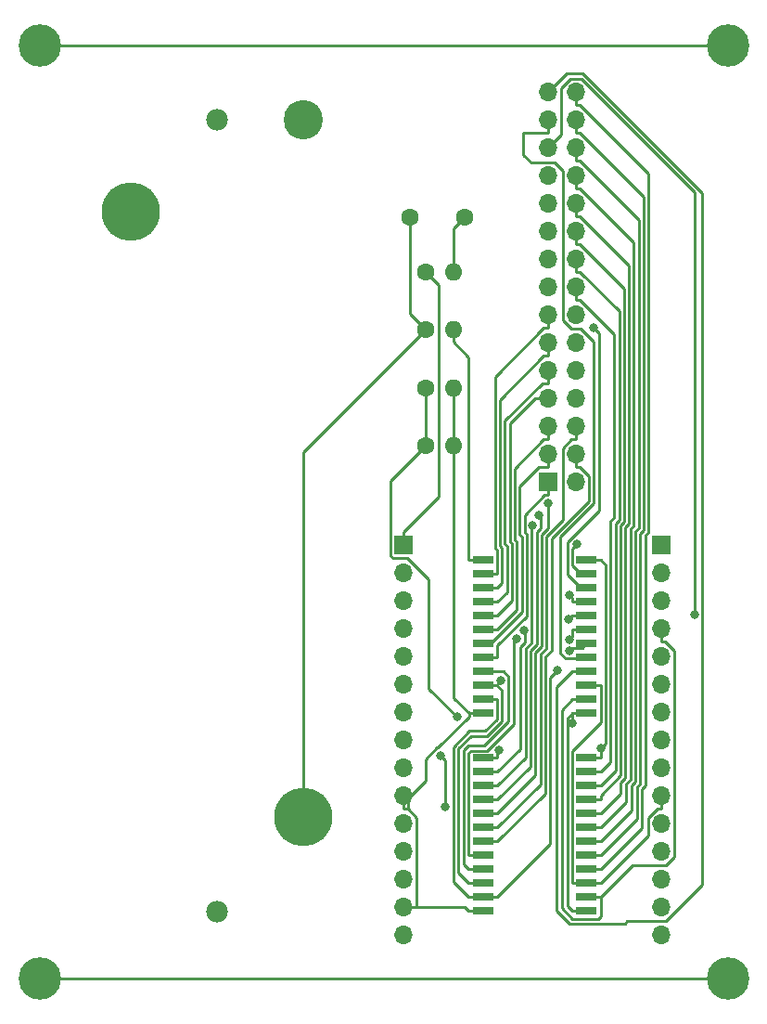
<source format=gbr>
%TF.GenerationSoftware,KiCad,Pcbnew,(6.0.0)*%
%TF.CreationDate,2022-04-22T12:33:35-07:00*%
%TF.ProjectId,Garden-Soil-MoistureSensor,47617264-656e-42d5-936f-696c2d4d6f69,rev?*%
%TF.SameCoordinates,Original*%
%TF.FileFunction,Copper,L1,Top*%
%TF.FilePolarity,Positive*%
%FSLAX46Y46*%
G04 Gerber Fmt 4.6, Leading zero omitted, Abs format (unit mm)*
G04 Created by KiCad (PCBNEW (6.0.0)) date 2022-04-22 12:33:35*
%MOMM*%
%LPD*%
G01*
G04 APERTURE LIST*
%TA.AperFunction,ComponentPad*%
%ADD10C,1.600000*%
%TD*%
%TA.AperFunction,ComponentPad*%
%ADD11O,1.600000X1.600000*%
%TD*%
%TA.AperFunction,ComponentPad*%
%ADD12R,1.700000X1.700000*%
%TD*%
%TA.AperFunction,ComponentPad*%
%ADD13O,1.700000X1.700000*%
%TD*%
%TA.AperFunction,ComponentPad*%
%ADD14C,1.980000*%
%TD*%
%TA.AperFunction,ComponentPad*%
%ADD15C,5.325000*%
%TD*%
%TA.AperFunction,ComponentPad*%
%ADD16C,3.585000*%
%TD*%
%TA.AperFunction,SMDPad,CuDef*%
%ADD17R,1.950000X0.650000*%
%TD*%
%TA.AperFunction,ViaPad*%
%ADD18C,0.800000*%
%TD*%
%TA.AperFunction,ViaPad*%
%ADD19C,3.873600*%
%TD*%
%TA.AperFunction,Conductor*%
%ADD20C,0.250000*%
%TD*%
G04 APERTURE END LIST*
D10*
%TO.P,R4,1*%
%TO.N,D7*%
X152742800Y-86023600D03*
D11*
%TO.P,R4,2*%
%TO.N,GND*%
X155282800Y-86023600D03*
%TD*%
D12*
%TO.P,J2,1,Pin_1*%
%TO.N,DO*%
X174225000Y-95110400D03*
D13*
%TO.P,J2,2,Pin_2*%
%TO.N,D1*%
X174225000Y-97650400D03*
%TO.P,J2,3,Pin_3*%
%TO.N,D2*%
X174225000Y-100190400D03*
%TO.P,J2,4,Pin_4*%
%TO.N,D3*%
X174225000Y-102730400D03*
%TO.P,J2,5,Pin_5*%
%TO.N,D4*%
X174225000Y-105270400D03*
%TO.P,J2,6,Pin_6*%
%TO.N,3V#1*%
X174225000Y-107810400D03*
%TO.P,J2,7,Pin_7*%
%TO.N,GND*%
X174225000Y-110350400D03*
%TO.P,J2,8,Pin_8*%
%TO.N,D5*%
X174225000Y-112890400D03*
%TO.P,J2,9,Pin_9*%
%TO.N,D6*%
X174225000Y-115430400D03*
%TO.P,J2,10,Pin_10*%
%TO.N,D7*%
X174225000Y-117970400D03*
%TO.P,J2,11,Pin_11*%
%TO.N,D8*%
X174225000Y-120510400D03*
%TO.P,J2,12,Pin_12*%
%TO.N,RX*%
X174225000Y-123050400D03*
%TO.P,J2,13,Pin_13*%
%TO.N,TX*%
X174225000Y-125590400D03*
%TO.P,J2,14,Pin_14*%
%TO.N,GND*%
X174225000Y-128130400D03*
%TO.P,J2,15,Pin_15*%
%TO.N,3V#2*%
X174225000Y-130670400D03*
%TD*%
D10*
%TO.P,R2,1*%
%TO.N,VIN*%
X152742800Y-75462000D03*
D11*
%TO.P,R2,2*%
%TO.N,Net-(IC1-Pad1)*%
X155282800Y-75462000D03*
%TD*%
D10*
%TO.P,R1,1*%
%TO.N,A0*%
X152742800Y-70181200D03*
D11*
%TO.P,R1,2*%
%TO.N,GND*%
X155282800Y-70181200D03*
%TD*%
D10*
%TO.P,R3,1*%
%TO.N,D7*%
X152742800Y-80742800D03*
D11*
%TO.P,R3,2*%
%TO.N,GND*%
X155282800Y-80742800D03*
%TD*%
D12*
%TO.P,J3,1,Pin_1*%
%TO.N,1B*%
X163892500Y-89346200D03*
D13*
%TO.P,J3,2,Pin_2*%
%TO.N,1A*%
X166432500Y-89346200D03*
%TO.P,J3,3,Pin_3*%
%TO.N,2B*%
X163892500Y-86806200D03*
%TO.P,J3,4,Pin_4*%
%TO.N,2A*%
X166432500Y-86806200D03*
%TO.P,J3,5,Pin_5*%
%TO.N,3B*%
X163892500Y-84266200D03*
%TO.P,J3,6,Pin_6*%
%TO.N,3A*%
X166432500Y-84266200D03*
%TO.P,J3,7,Pin_7*%
%TO.N,4B*%
X163892500Y-81726200D03*
%TO.P,J3,8,Pin_8*%
%TO.N,4A*%
X166432500Y-81726200D03*
%TO.P,J3,9,Pin_9*%
%TO.N,5B*%
X163892500Y-79186200D03*
%TO.P,J3,10,Pin_10*%
%TO.N,5A*%
X166432500Y-79186200D03*
%TO.P,J3,11,Pin_11*%
%TO.N,6B*%
X163892500Y-76646200D03*
%TO.P,J3,12,Pin_12*%
%TO.N,6A*%
X166432500Y-76646200D03*
%TO.P,J3,13,Pin_13*%
%TO.N,7B*%
X163892500Y-74106200D03*
%TO.P,J3,14,Pin_14*%
%TO.N,7A*%
X166432500Y-74106200D03*
%TO.P,J3,15,Pin_15*%
%TO.N,8B*%
X163892500Y-71566200D03*
%TO.P,J3,16,Pin_16*%
%TO.N,8A*%
X166432500Y-71566200D03*
%TO.P,J3,17,Pin_17*%
%TO.N,9B*%
X163892500Y-69026200D03*
%TO.P,J3,18,Pin_18*%
%TO.N,9A*%
X166432500Y-69026200D03*
%TO.P,J3,19,Pin_19*%
%TO.N,10B*%
X163892500Y-66486200D03*
%TO.P,J3,20,Pin_20*%
%TO.N,10A*%
X166432500Y-66486200D03*
%TO.P,J3,21,Pin_21*%
%TO.N,11B*%
X163892500Y-63946200D03*
%TO.P,J3,22,Pin_22*%
%TO.N,11A*%
X166432500Y-63946200D03*
%TO.P,J3,23,Pin_23*%
%TO.N,12B*%
X163892500Y-61406200D03*
%TO.P,J3,24,Pin_24*%
%TO.N,12A*%
X166432500Y-61406200D03*
%TO.P,J3,25,Pin_25*%
%TO.N,13B*%
X163892500Y-58866200D03*
%TO.P,J3,26,Pin_26*%
%TO.N,13A*%
X166432500Y-58866200D03*
%TO.P,J3,27,Pin_27*%
%TO.N,14B*%
X163892500Y-56326200D03*
%TO.P,J3,28,Pin_28*%
%TO.N,14A*%
X166432500Y-56326200D03*
%TO.P,J3,29,Pin_29*%
%TO.N,15B*%
X163892500Y-53786200D03*
%TO.P,J3,30,Pin_30*%
%TO.N,15A*%
X166432500Y-53786200D03*
%TD*%
D12*
%TO.P,J1,1,Pin_1*%
%TO.N,A0*%
X150730000Y-95110400D03*
D13*
%TO.P,J1,2,Pin_2*%
%TO.N,RSV1*%
X150730000Y-97650400D03*
%TO.P,J1,3,Pin_3*%
%TO.N,RSV2*%
X150730000Y-100190400D03*
%TO.P,J1,4,Pin_4*%
%TO.N,SD3*%
X150730000Y-102730400D03*
%TO.P,J1,5,Pin_5*%
%TO.N,SD2*%
X150730000Y-105270400D03*
%TO.P,J1,6,Pin_6*%
%TO.N,SD1*%
X150730000Y-107810400D03*
%TO.P,J1,7,Pin_7*%
%TO.N,CMD*%
X150730000Y-110350400D03*
%TO.P,J1,8,Pin_8*%
%TO.N,SDO*%
X150730000Y-112890400D03*
%TO.P,J1,9,Pin_9*%
%TO.N,CLK*%
X150730000Y-115430400D03*
%TO.P,J1,10,Pin_10*%
%TO.N,GND*%
X150730000Y-117970400D03*
%TO.P,J1,11,Pin_11*%
%TO.N,3V#3*%
X150730000Y-120510400D03*
%TO.P,J1,12,Pin_12*%
%TO.N,EN*%
X150730000Y-123050400D03*
%TO.P,J1,13,Pin_13*%
%TO.N,DO*%
X150730000Y-125590400D03*
%TO.P,J1,14,Pin_14*%
%TO.N,GND*%
X150730000Y-128130400D03*
%TO.P,J1,15,Pin_15*%
%TO.N,VIN*%
X150730000Y-130670400D03*
%TD*%
D14*
%TO.P,U1,1,+*%
%TO.N,VIN*%
X133696200Y-128533300D03*
%TO.P,U1,2,-*%
%TO.N,GND*%
X133696200Y-56333300D03*
D15*
%TO.P,U1,MH1,MH1*%
%TO.N,VIN*%
X141566200Y-119893300D03*
D16*
%TO.P,U1,MH2,MH2*%
%TO.N,GND*%
X141566200Y-56333300D03*
D15*
%TO.P,U1,MH3,MH3*%
X125826200Y-64693300D03*
%TD*%
D17*
%TO.P,IC1,1,COMMON_INPUT/OUTPUT*%
%TO.N,Net-(IC1-Pad1)*%
X157959700Y-96469800D03*
%TO.P,IC1,2,I7*%
%TO.N,7B*%
X157959700Y-97739800D03*
%TO.P,IC1,3,I6*%
%TO.N,6B*%
X157959700Y-99009800D03*
%TO.P,IC1,4,I5*%
%TO.N,5B*%
X157959700Y-100279800D03*
%TO.P,IC1,5,I4*%
%TO.N,4B*%
X157959700Y-101549800D03*
%TO.P,IC1,6,I3*%
%TO.N,3B*%
X157959700Y-102819800D03*
%TO.P,IC1,7,I2*%
%TO.N,2B*%
X157959700Y-104089800D03*
%TO.P,IC1,8,I1*%
%TO.N,1B*%
X157959700Y-105359800D03*
%TO.P,IC1,9,I0*%
%TO.N,Net-(IC1-Pad9)*%
X157959700Y-106629800D03*
%TO.P,IC1,10,S0*%
%TO.N,D1*%
X157959700Y-107899800D03*
%TO.P,IC1,11,S1*%
%TO.N,D2*%
X157959700Y-109169800D03*
%TO.P,IC1,12,GND*%
%TO.N,GND*%
X157959700Y-110439800D03*
%TO.P,IC1,13,S3*%
%TO.N,D4*%
X167409700Y-110439800D03*
%TO.P,IC1,14,S2*%
%TO.N,D3*%
X167409700Y-109169800D03*
%TO.P,IC1,15,~{E}*%
%TO.N,D7*%
X167409700Y-107899800D03*
%TO.P,IC1,16,I15*%
%TO.N,15B*%
X167409700Y-106629800D03*
%TO.P,IC1,17,I14*%
%TO.N,14B*%
X167409700Y-105359800D03*
%TO.P,IC1,18,I13*%
%TO.N,13B*%
X167409700Y-104089800D03*
%TO.P,IC1,19,I12*%
%TO.N,12B*%
X167409700Y-102819800D03*
%TO.P,IC1,20,I11*%
%TO.N,11B*%
X167409700Y-101549800D03*
%TO.P,IC1,21,I10*%
%TO.N,10B*%
X167409700Y-100279800D03*
%TO.P,IC1,22,I9*%
%TO.N,9B*%
X167409700Y-99009800D03*
%TO.P,IC1,23,I8*%
%TO.N,8B*%
X167409700Y-97739800D03*
%TO.P,IC1,24,VCC*%
%TO.N,VIN*%
X167409700Y-96469800D03*
%TD*%
D10*
%TO.P,C1,1*%
%TO.N,VIN*%
X151287800Y-65215500D03*
%TO.P,C1,2*%
%TO.N,GND*%
X156287800Y-65215500D03*
%TD*%
D17*
%TO.P,IC2,1,COMMON_INPUT/OUTPUT*%
%TO.N,A0*%
X157959700Y-114520900D03*
%TO.P,IC2,2,I7*%
%TO.N,7A*%
X157959700Y-115790900D03*
%TO.P,IC2,3,I6*%
%TO.N,6A*%
X157959700Y-117060900D03*
%TO.P,IC2,4,I5*%
%TO.N,5A*%
X157959700Y-118330900D03*
%TO.P,IC2,5,I4*%
%TO.N,4A*%
X157959700Y-119600900D03*
%TO.P,IC2,6,I3*%
%TO.N,3A*%
X157959700Y-120870900D03*
%TO.P,IC2,7,I2*%
%TO.N,2A*%
X157959700Y-122140900D03*
%TO.P,IC2,8,I1*%
%TO.N,1A*%
X157959700Y-123410900D03*
%TO.P,IC2,9,I0*%
%TO.N,Net-(IC1-Pad9)*%
X157959700Y-124680900D03*
%TO.P,IC2,10,S0*%
%TO.N,D1*%
X157959700Y-125950900D03*
%TO.P,IC2,11,S1*%
%TO.N,D2*%
X157959700Y-127220900D03*
%TO.P,IC2,12,GND*%
%TO.N,GND*%
X157959700Y-128490900D03*
%TO.P,IC2,13,S3*%
%TO.N,D4*%
X167409700Y-128490900D03*
%TO.P,IC2,14,S2*%
%TO.N,D3*%
X167409700Y-127220900D03*
%TO.P,IC2,15,~{E}*%
%TO.N,D7*%
X167409700Y-125950900D03*
%TO.P,IC2,16,I15*%
%TO.N,15A*%
X167409700Y-124680900D03*
%TO.P,IC2,17,I14*%
%TO.N,14A*%
X167409700Y-123410900D03*
%TO.P,IC2,18,I13*%
%TO.N,13A*%
X167409700Y-122140900D03*
%TO.P,IC2,19,I12*%
%TO.N,12A*%
X167409700Y-120870900D03*
%TO.P,IC2,20,I11*%
%TO.N,11A*%
X167409700Y-119600900D03*
%TO.P,IC2,21,I10*%
%TO.N,10A*%
X167409700Y-118330900D03*
%TO.P,IC2,22,I9*%
%TO.N,9A*%
X167409700Y-117060900D03*
%TO.P,IC2,23,I8*%
%TO.N,8A*%
X167409700Y-115790900D03*
%TO.P,IC2,24,VCC*%
%TO.N,VIN*%
X167409700Y-114520900D03*
%TD*%
D18*
%TO.N,A0*%
X154513800Y-118928300D03*
X159432700Y-113821300D03*
X154095900Y-114333000D03*
D19*
%TO.N,GND*%
X180340000Y-49530000D03*
X117500400Y-49530000D03*
X180340000Y-134620000D03*
X117475000Y-134620000D03*
D18*
%TO.N,VIN*%
X168710000Y-113668900D03*
%TO.N,D1*%
X159559600Y-107465400D03*
%TO.N,D2*%
X164776900Y-106550200D03*
%TO.N,D4*%
X166109400Y-111376500D03*
%TO.N,D7*%
X155569800Y-110767500D03*
%TO.N,13B*%
X177249800Y-101473300D03*
X165816900Y-104733000D03*
%TO.N,12B*%
X165828100Y-103732600D03*
%TO.N,11B*%
X165804700Y-101854500D03*
%TO.N,10B*%
X165863300Y-99632400D03*
%TO.N,9B*%
X168076900Y-75288500D03*
%TO.N,8B*%
X166545975Y-94969124D03*
%TO.N,7A*%
X161695300Y-102889300D03*
%TO.N,6A*%
X162490100Y-93303600D03*
%TO.N,5A*%
X163025500Y-92424200D03*
%TO.N,4A*%
X163914200Y-91261200D03*
%TO.N,1A*%
X161056900Y-103665700D03*
%TD*%
D20*
%TO.N,A0*%
X153933400Y-71371800D02*
X152742800Y-70181200D01*
X157959700Y-114520900D02*
X159260000Y-114520900D01*
X150730000Y-93935100D02*
X153933400Y-90731700D01*
X154513800Y-114750900D02*
X154513800Y-118928300D01*
X153933400Y-90731700D02*
X153933400Y-71371800D01*
X150730000Y-95110400D02*
X150730000Y-93935100D01*
X154095900Y-114333000D02*
X154513800Y-114750900D01*
X159260000Y-113994000D02*
X159432700Y-113821300D01*
X159260000Y-114520900D02*
X159260000Y-113994000D01*
%TO.N,GND*%
X150730000Y-117970400D02*
X150730000Y-119145700D01*
X155282800Y-66220500D02*
X155282800Y-70181200D01*
X151905400Y-119953800D02*
X151097300Y-119145700D01*
X152706200Y-116605800D02*
X151097300Y-118214700D01*
X156287800Y-65215500D02*
X155282800Y-66220500D01*
X156298900Y-128130400D02*
X156659400Y-128490900D01*
X157959700Y-110439800D02*
X156686700Y-110439800D01*
X151097300Y-119145700D02*
X150730000Y-119145700D01*
X150730000Y-128130400D02*
X151792700Y-128130400D01*
X156686700Y-110750900D02*
X153855400Y-113582200D01*
X151792700Y-128130400D02*
X151905400Y-128130400D01*
X151905400Y-128130400D02*
X156298900Y-128130400D01*
X117500400Y-49530000D02*
X180340000Y-49530000D01*
X151097300Y-118214700D02*
X151097300Y-119145700D01*
X155282800Y-80742800D02*
X155282800Y-86023600D01*
X152706200Y-114650600D02*
X152706200Y-116605800D01*
X155282800Y-86023600D02*
X155282800Y-109035900D01*
X153774600Y-113582200D02*
X152706200Y-114650600D01*
X156686700Y-110439800D02*
X156686700Y-110750900D01*
X157959700Y-128490900D02*
X156659400Y-128490900D01*
X180340000Y-134620000D02*
X117475000Y-134620000D01*
X155282800Y-109035900D02*
X156686700Y-110439800D01*
X153855400Y-113582200D02*
X153774600Y-113582200D01*
X151905400Y-128130400D02*
X151905400Y-119953800D01*
%TO.N,VIN*%
X167409700Y-96469800D02*
X168710000Y-96469800D01*
X151287800Y-65215500D02*
X151287800Y-74007000D01*
X169161400Y-96921200D02*
X168710000Y-96469800D01*
X141566200Y-86638600D02*
X152742800Y-75462000D01*
X168710000Y-113668900D02*
X169161400Y-113217500D01*
X169161400Y-113217500D02*
X169161400Y-96921200D01*
X151287800Y-74007000D02*
X152742800Y-75462000D01*
X168710000Y-114520900D02*
X168710000Y-113668900D01*
X141566200Y-119893300D02*
X141566200Y-86638600D01*
X167409700Y-114520900D02*
X168710000Y-114520900D01*
%TO.N,D1*%
X155730700Y-125022200D02*
X156659400Y-125950900D01*
X159710300Y-108350100D02*
X159710300Y-111159700D01*
X158356200Y-112513800D02*
X156893700Y-112513800D01*
X156893700Y-112513800D02*
X155730700Y-113676800D01*
X157959700Y-125950900D02*
X156659400Y-125950900D01*
X155730700Y-113676800D02*
X155730700Y-125022200D01*
X159710300Y-111159700D02*
X158356200Y-112513800D01*
X159559600Y-107465400D02*
X159260000Y-107765000D01*
X159260000Y-107899800D02*
X159710300Y-108350100D01*
X159260000Y-107765000D02*
X159260000Y-107899800D01*
X157959700Y-107899800D02*
X159260000Y-107899800D01*
%TO.N,D2*%
X164090400Y-107236700D02*
X164090400Y-122390500D01*
X156707100Y-112063500D02*
X155252200Y-113518400D01*
X159260000Y-109169800D02*
X159260000Y-110973100D01*
X159260000Y-110973100D02*
X158169600Y-112063500D01*
X164776900Y-106550200D02*
X164090400Y-107236700D01*
X157309600Y-127220900D02*
X156659400Y-127220900D01*
X158169600Y-112063500D02*
X156707100Y-112063500D01*
X164090400Y-122390500D02*
X159260000Y-127220900D01*
X155252200Y-113518400D02*
X155252200Y-125813700D01*
X157959700Y-109169800D02*
X159260000Y-109169800D01*
X157959700Y-127220900D02*
X159260000Y-127220900D01*
X155252200Y-125813700D02*
X156659400Y-127220900D01*
%TO.N,D3*%
X174592400Y-103905700D02*
X174225000Y-103905700D01*
X168488100Y-129178100D02*
X166097300Y-129178100D01*
X175400300Y-104713600D02*
X174592400Y-103905700D01*
X171610500Y-124320400D02*
X174660800Y-124320400D01*
X175400300Y-123580900D02*
X175400300Y-104713600D01*
X165151700Y-110127500D02*
X166109400Y-109169800D01*
X168710000Y-127220900D02*
X171610500Y-124320400D01*
X174660800Y-124320400D02*
X175400300Y-123580900D01*
X168710000Y-128956200D02*
X168488100Y-129178100D01*
X174225000Y-102730400D02*
X174225000Y-103905700D01*
X165151700Y-128232500D02*
X165151700Y-110127500D01*
X167409700Y-109169800D02*
X166109400Y-109169800D01*
X168710000Y-127220900D02*
X168710000Y-128956200D01*
X166097300Y-129178100D02*
X165151700Y-128232500D01*
X167409700Y-127220900D02*
X168710000Y-127220900D01*
%TO.N,D4*%
X165659100Y-128040600D02*
X166109400Y-128490900D01*
X167409700Y-110439800D02*
X166109400Y-110439800D01*
X166109400Y-110439800D02*
X165659100Y-110890100D01*
X166109400Y-110439800D02*
X166109400Y-111376500D01*
X167409700Y-128490900D02*
X166109400Y-128490900D01*
X165659100Y-110890100D02*
X165659100Y-128040600D01*
%TO.N,D7*%
X149554600Y-89211800D02*
X152742800Y-86023600D01*
X153018400Y-108216100D02*
X153018400Y-98246400D01*
X166109400Y-113847900D02*
X168710000Y-111247300D01*
X155569800Y-110767500D02*
X153018400Y-108216100D01*
X167409700Y-107899800D02*
X168710000Y-107899800D01*
X149742500Y-96285800D02*
X149554600Y-96097900D01*
X174225000Y-117970400D02*
X174225000Y-119145700D01*
X173049700Y-119953600D02*
X173857600Y-119145700D01*
X166759600Y-125950900D02*
X166109400Y-125950900D01*
X152742800Y-80742800D02*
X152742800Y-86023600D01*
X167409700Y-125950900D02*
X168710000Y-125950900D01*
X173049700Y-121611200D02*
X173049700Y-119953600D01*
X166109400Y-125950900D02*
X166109400Y-113847900D01*
X173857600Y-119145700D02*
X174225000Y-119145700D01*
X153018400Y-98246400D02*
X151057800Y-96285800D01*
X168710000Y-111247300D02*
X168710000Y-107899800D01*
X149554600Y-96097900D02*
X149554600Y-89211800D01*
X151057800Y-96285800D02*
X149742500Y-96285800D01*
X168710000Y-125950900D02*
X173049700Y-121611200D01*
%TO.N,Net-(IC1-Pad1)*%
X157959700Y-96469800D02*
X156659400Y-96469800D01*
X155282800Y-75462000D02*
X155282800Y-76587300D01*
X156659400Y-77963900D02*
X155282800Y-76587300D01*
X156659400Y-96469800D02*
X156659400Y-77963900D01*
%TO.N,7B*%
X163525200Y-75281500D02*
X159051700Y-79755000D01*
X159051700Y-79755000D02*
X159051700Y-95353900D01*
X159051700Y-95353900D02*
X159260000Y-95562200D01*
X159260000Y-95562200D02*
X159260000Y-97739800D01*
X163892500Y-74106200D02*
X163892500Y-75281500D01*
X157959700Y-97739800D02*
X159260000Y-97739800D01*
X163892500Y-75281500D02*
X163525200Y-75281500D01*
%TO.N,6B*%
X159710300Y-98559500D02*
X159260000Y-99009800D01*
X163525200Y-77821500D02*
X159502000Y-81844700D01*
X159502000Y-81844700D02*
X159502000Y-95167300D01*
X157959700Y-99009800D02*
X159260000Y-99009800D01*
X159710300Y-95375600D02*
X159710300Y-98559500D01*
X163892500Y-76646200D02*
X163892500Y-77821500D01*
X163892500Y-77821500D02*
X163525200Y-77821500D01*
X159502000Y-95167300D02*
X159710300Y-95375600D01*
%TO.N,5B*%
X160160600Y-99379200D02*
X159260000Y-100279800D01*
X163892500Y-80361500D02*
X163378300Y-80361500D01*
X157959700Y-100279800D02*
X159260000Y-100279800D01*
X159952300Y-83787500D02*
X159952300Y-94980700D01*
X163378300Y-80361500D02*
X159952300Y-83787500D01*
X160160600Y-95189000D02*
X160160600Y-99379200D01*
X159952300Y-94980700D02*
X160160600Y-95189000D01*
X163892500Y-79186200D02*
X163892500Y-80361500D01*
%TO.N,4B*%
X162717200Y-81726200D02*
X160402600Y-84040800D01*
X160610900Y-100198900D02*
X159260000Y-101549800D01*
X160402600Y-94794100D02*
X160610900Y-95002400D01*
X160610900Y-95002400D02*
X160610900Y-100198900D01*
X160402600Y-84040800D02*
X160402600Y-94794100D01*
X163892500Y-81726200D02*
X162717200Y-81726200D01*
X157959700Y-101549800D02*
X159260000Y-101549800D01*
%TO.N,3B*%
X163892500Y-84266200D02*
X163892500Y-85441500D01*
X160852900Y-94607500D02*
X161061200Y-94815800D01*
X160852900Y-88113800D02*
X160852900Y-94607500D01*
X161061200Y-94815800D02*
X161061200Y-101018600D01*
X163525200Y-85441500D02*
X160852900Y-88113800D01*
X157959700Y-102819800D02*
X159260000Y-102819800D01*
X163892500Y-85441500D02*
X163525200Y-85441500D01*
X161061200Y-101018600D02*
X159260000Y-102819800D01*
%TO.N,2B*%
X163084400Y-87981500D02*
X163892500Y-87981500D01*
X161314400Y-94127200D02*
X161314400Y-89751500D01*
X161314400Y-89751500D02*
X163084400Y-87981500D01*
X158627500Y-104089800D02*
X161511600Y-101205700D01*
X163892500Y-86806200D02*
X163892500Y-87981500D01*
X161511600Y-94324400D02*
X161314400Y-94127200D01*
X161511600Y-101205700D02*
X161511600Y-94324400D01*
%TO.N,1B*%
X163598700Y-90521500D02*
X161764700Y-92355500D01*
X163892500Y-90521500D02*
X163598700Y-90521500D01*
X161764700Y-93940600D02*
X161961900Y-94137800D01*
X161961900Y-94137800D02*
X161961900Y-101575100D01*
X161961900Y-101575100D02*
X159260000Y-104277000D01*
X159260000Y-104277000D02*
X159260000Y-105359800D01*
X157959700Y-105359800D02*
X159260000Y-105359800D01*
X161764700Y-92355500D02*
X161764700Y-93940600D01*
X163892500Y-89346200D02*
X163892500Y-90521500D01*
%TO.N,Net-(IC1-Pad9)*%
X157959700Y-106629800D02*
X159820800Y-106629800D01*
X157959700Y-124680900D02*
X156659400Y-124680900D01*
X160303400Y-111203500D02*
X158092600Y-113414300D01*
X156209100Y-113835300D02*
X156209100Y-124230600D01*
X160303400Y-107112400D02*
X160303400Y-111203500D01*
X156630100Y-113414300D02*
X156209100Y-113835300D01*
X159820800Y-106629800D02*
X160303400Y-107112400D01*
X156209100Y-124230600D02*
X156659400Y-124680900D01*
X158092600Y-113414300D02*
X156630100Y-113414300D01*
%TO.N,15B*%
X171142400Y-129400400D02*
X174673700Y-129400400D01*
X177975300Y-63006900D02*
X167059100Y-52090700D01*
X166109400Y-106629800D02*
X164698100Y-108041100D01*
X164698100Y-108041100D02*
X164698100Y-128444800D01*
X174673700Y-129400400D02*
X177975300Y-126098800D01*
X165588000Y-52090700D02*
X163892500Y-53786200D01*
X164698100Y-128444800D02*
X165894300Y-129641000D01*
X167409700Y-106629800D02*
X166109400Y-106629800D01*
X177975300Y-126098800D02*
X177975300Y-63006900D01*
X165894300Y-129641000D02*
X170901800Y-129641000D01*
X170901800Y-129641000D02*
X171142400Y-129400400D01*
X167059100Y-52090700D02*
X165588000Y-52090700D01*
%TO.N,14B*%
X168058200Y-91308900D02*
X165021400Y-94345700D01*
X161689054Y-57501500D02*
X161654564Y-57535990D01*
X164474800Y-60230800D02*
X165257100Y-61013100D01*
X161654564Y-57535990D02*
X161654564Y-59505608D01*
X161654564Y-59505608D02*
X162379756Y-60230800D01*
X165021400Y-94345700D02*
X165021400Y-104963200D01*
X165257100Y-74631800D02*
X166001500Y-75376200D01*
X165021400Y-104963200D02*
X165516500Y-105458300D01*
X168058200Y-76569700D02*
X168058200Y-91308900D01*
X166001500Y-75376200D02*
X166864700Y-75376200D01*
X165257100Y-61013100D02*
X165257100Y-74631800D01*
X163892500Y-56326200D02*
X163892500Y-57501500D01*
X166864700Y-75376200D02*
X168058200Y-76569700D01*
X162379756Y-60230800D02*
X164474800Y-60230800D01*
X163892500Y-57501500D02*
X161689054Y-57501500D01*
X165516500Y-105458300D02*
X167311200Y-105458300D01*
%TO.N,13B*%
X163892500Y-58866200D02*
X165078200Y-57680500D01*
X165078200Y-53440600D02*
X165925700Y-52593100D01*
X165925700Y-52593100D02*
X166923000Y-52593100D01*
X166092000Y-104457900D02*
X167041600Y-104457900D01*
X167041600Y-104457900D02*
X167409700Y-104089800D01*
X165078200Y-57680500D02*
X165078200Y-53440600D01*
X177249800Y-62919900D02*
X177249800Y-101473300D01*
X165816900Y-104733000D02*
X166092000Y-104457900D01*
X166923000Y-52593100D02*
X177249800Y-62919900D01*
%TO.N,12B*%
X166109400Y-102819800D02*
X166109400Y-103451300D01*
X167409700Y-102819800D02*
X166109400Y-102819800D01*
X166109400Y-103451300D02*
X165828100Y-103732600D01*
%TO.N,11B*%
X167409700Y-101549800D02*
X166109400Y-101549800D01*
X165804700Y-101854500D02*
X166109400Y-101549800D01*
%TO.N,10B*%
X166109400Y-100279800D02*
X166109400Y-99878500D01*
X166109400Y-99878500D02*
X165863300Y-99632400D01*
X167409700Y-100279800D02*
X166109400Y-100279800D01*
%TO.N,9B*%
X168537600Y-75749200D02*
X168537600Y-91951700D01*
X165655488Y-97809388D02*
X166855900Y-99009800D01*
X168537600Y-91951700D02*
X165655488Y-94833812D01*
X168076900Y-75288500D02*
X168537600Y-75749200D01*
X165655488Y-94833812D02*
X165655488Y-97809388D01*
%TO.N,8B*%
X166201880Y-95311600D02*
X166105008Y-95408472D01*
X166195942Y-97080200D02*
X166105008Y-96989266D01*
X166203500Y-97080200D02*
X166195942Y-97080200D01*
X166203500Y-95311600D02*
X166545975Y-94969124D01*
X166105008Y-96989266D02*
X166105008Y-95408472D01*
X166203500Y-95311600D02*
X166201880Y-95311600D01*
X166863100Y-97739800D02*
X166203500Y-97080200D01*
%TO.N,7A*%
X161782200Y-102976200D02*
X161695300Y-102889300D01*
X161782200Y-103966200D02*
X161782200Y-102976200D01*
X157959700Y-115790900D02*
X159260000Y-115790900D01*
X161331800Y-113719100D02*
X161331800Y-104416600D01*
X161331800Y-104416600D02*
X161782200Y-103966200D01*
X159260000Y-115790900D02*
X161331800Y-113719100D01*
%TO.N,6A*%
X157959700Y-117060900D02*
X159260000Y-117060900D01*
X159260000Y-117060900D02*
X161838900Y-114482000D01*
X161838900Y-114482000D02*
X161838900Y-104546400D01*
X161838900Y-104546400D02*
X162420600Y-103964700D01*
X162420600Y-103964700D02*
X162420600Y-93373100D01*
X162420600Y-93373100D02*
X162490100Y-93303600D01*
%TO.N,5A*%
X159260000Y-118330900D02*
X162289200Y-115301700D01*
X162870900Y-93948600D02*
X163215400Y-93604100D01*
X162289200Y-104733000D02*
X162870900Y-104151300D01*
X157959700Y-118330900D02*
X159260000Y-118330900D01*
X163215400Y-93604100D02*
X163215400Y-92614100D01*
X162870900Y-104151300D02*
X162870900Y-93948600D01*
X162289200Y-115301700D02*
X162289200Y-104733000D01*
X163215400Y-92614100D02*
X163025500Y-92424200D01*
%TO.N,4A*%
X163321200Y-94135200D02*
X163914200Y-93542200D01*
X157959700Y-119600900D02*
X159260000Y-119600900D01*
X163321200Y-104337900D02*
X163321200Y-94135200D01*
X163914200Y-93542200D02*
X163914200Y-91261200D01*
X162739500Y-116121400D02*
X162739500Y-104919600D01*
X159260000Y-119600900D02*
X162739500Y-116121400D01*
X162739500Y-104919600D02*
X163321200Y-104337900D01*
%TO.N,3A*%
X166065100Y-85441500D02*
X166432500Y-85441500D01*
X159260000Y-120870900D02*
X163189800Y-116941100D01*
X163189800Y-105106200D02*
X163771500Y-104524500D01*
X166432500Y-84266200D02*
X166432500Y-85441500D01*
X163771500Y-94321800D02*
X165257200Y-92836100D01*
X163771500Y-104524500D02*
X163771500Y-94321800D01*
X165257200Y-86249400D02*
X166065100Y-85441500D01*
X163189800Y-116941100D02*
X163189800Y-105106200D01*
X165257200Y-92836100D02*
X165257200Y-86249400D01*
X157959700Y-120870900D02*
X159260000Y-120870900D01*
%TO.N,2A*%
X163640100Y-117760800D02*
X163640100Y-105292800D01*
X163640100Y-105292800D02*
X164221800Y-104711100D01*
X166799900Y-87981500D02*
X166432500Y-87981500D01*
X159260000Y-122140900D02*
X163640100Y-117760800D01*
X157959700Y-122140900D02*
X159260000Y-122140900D01*
X167607800Y-88789400D02*
X166799900Y-87981500D01*
X167607800Y-91122400D02*
X167607800Y-88789400D01*
X164221800Y-94508400D02*
X167607800Y-91122400D01*
X166432500Y-86806200D02*
X166432500Y-87981500D01*
X164221800Y-104711100D02*
X164221800Y-94508400D01*
%TO.N,1A*%
X158347400Y-113864700D02*
X160775700Y-111436400D01*
X156844800Y-113864700D02*
X158347400Y-113864700D01*
X157959700Y-123410900D02*
X156659400Y-123410900D01*
X160775700Y-103946900D02*
X161056900Y-103665700D01*
X156659400Y-114050100D02*
X156844800Y-113864700D01*
X156659400Y-123410900D02*
X156659400Y-114050100D01*
X160775700Y-111436400D02*
X160775700Y-103946900D01*
%TO.N,15A*%
X172481600Y-117352100D02*
X172772000Y-117061700D01*
X172772000Y-117061700D02*
X172772000Y-94227200D01*
X172481600Y-120909300D02*
X172481600Y-117352100D01*
X172772000Y-94227200D02*
X173088400Y-93910800D01*
X166432500Y-53786200D02*
X166432500Y-54961500D01*
X168710000Y-124680900D02*
X172481600Y-120909300D01*
X173088400Y-93910800D02*
X173088400Y-61250100D01*
X166799800Y-54961500D02*
X166432500Y-54961500D01*
X173088400Y-61250100D02*
X166799800Y-54961500D01*
X167409700Y-124680900D02*
X168710000Y-124680900D01*
%TO.N,14A*%
X172031300Y-117165500D02*
X172321700Y-116875100D01*
X172031300Y-120089600D02*
X172031300Y-117165500D01*
X168710000Y-123410900D02*
X172031300Y-120089600D01*
X172638100Y-93724200D02*
X172638100Y-63339800D01*
X167409700Y-123410900D02*
X168710000Y-123410900D01*
X166799800Y-57501500D02*
X166432500Y-57501500D01*
X172321700Y-94040600D02*
X172638100Y-93724200D01*
X166432500Y-56326200D02*
X166432500Y-57501500D01*
X172321700Y-116875100D02*
X172321700Y-94040600D01*
X172638100Y-63339800D02*
X166799800Y-57501500D01*
%TO.N,13A*%
X171538100Y-119312800D02*
X171538100Y-117021800D01*
X171871400Y-93854000D02*
X172187800Y-93537600D01*
X172187800Y-93537600D02*
X172187800Y-65429400D01*
X172187800Y-65429400D02*
X166799900Y-60041500D01*
X166799900Y-60041500D02*
X166432500Y-60041500D01*
X166432500Y-58866200D02*
X166432500Y-60041500D01*
X168710000Y-122140900D02*
X171538100Y-119312800D01*
X171538100Y-117021800D02*
X171871400Y-116688500D01*
X167409700Y-122140900D02*
X168710000Y-122140900D01*
X171871400Y-116688500D02*
X171871400Y-93854000D01*
%TO.N,12A*%
X166432500Y-61406200D02*
X166432500Y-62581500D01*
X171058900Y-118522000D02*
X171058900Y-116864100D01*
X171058900Y-116864100D02*
X171421100Y-116501900D01*
X166799800Y-62581500D02*
X166432500Y-62581500D01*
X171737500Y-93351000D02*
X171737500Y-67519200D01*
X171421100Y-116501900D02*
X171421100Y-93667400D01*
X167409700Y-120870900D02*
X168710000Y-120870900D01*
X171421100Y-93667400D02*
X171737500Y-93351000D01*
X171737500Y-67519200D02*
X166799800Y-62581500D01*
X168710000Y-120870900D02*
X171058900Y-118522000D01*
%TO.N,11A*%
X170541800Y-116744300D02*
X170970800Y-116315300D01*
X166432500Y-63946200D02*
X166432500Y-65121500D01*
X171287200Y-69608900D02*
X166799800Y-65121500D01*
X170970800Y-93480800D02*
X171287200Y-93164400D01*
X167409700Y-119600900D02*
X168710000Y-119600900D01*
X168710000Y-119600900D02*
X170541800Y-117769100D01*
X170970800Y-116315300D02*
X170970800Y-93480800D01*
X170541800Y-117769100D02*
X170541800Y-116744300D01*
X166799800Y-65121500D02*
X166432500Y-65121500D01*
X171287200Y-93164400D02*
X171287200Y-69608900D01*
%TO.N,10A*%
X170520500Y-93294200D02*
X170836900Y-92977800D01*
X170836900Y-92977800D02*
X170836900Y-71698600D01*
X168710000Y-117939200D02*
X170520500Y-116128700D01*
X170836900Y-71698600D02*
X166799800Y-67661500D01*
X170520500Y-116128700D02*
X170520500Y-93294200D01*
X168710000Y-118330900D02*
X168710000Y-117939200D01*
X167409700Y-118330900D02*
X168710000Y-118330900D01*
X166799800Y-67661500D02*
X166432500Y-67661500D01*
X166432500Y-66486200D02*
X166432500Y-67661500D01*
%TO.N,9A*%
X167409700Y-117060900D02*
X168710000Y-117060900D01*
X170070200Y-93107600D02*
X170386600Y-92791200D01*
X170386600Y-92791200D02*
X170386600Y-73788300D01*
X166799800Y-70201500D02*
X166432500Y-70201500D01*
X170070200Y-115700700D02*
X170070200Y-93107600D01*
X170386600Y-73788300D02*
X166799800Y-70201500D01*
X168710000Y-117060900D02*
X170070200Y-115700700D01*
X166432500Y-69026200D02*
X166432500Y-70201500D01*
%TO.N,8A*%
X169936300Y-92604600D02*
X169936300Y-75878000D01*
X168710000Y-115790900D02*
X169619800Y-114881100D01*
X167409700Y-115790900D02*
X168710000Y-115790900D01*
X169619800Y-92921100D02*
X169936300Y-92604600D01*
X166432500Y-71566200D02*
X166432500Y-72741500D01*
X169936300Y-75878000D02*
X166799800Y-72741500D01*
X166799800Y-72741500D02*
X166432500Y-72741500D01*
X169619800Y-114881100D02*
X169619800Y-92921100D01*
%TD*%
M02*

</source>
